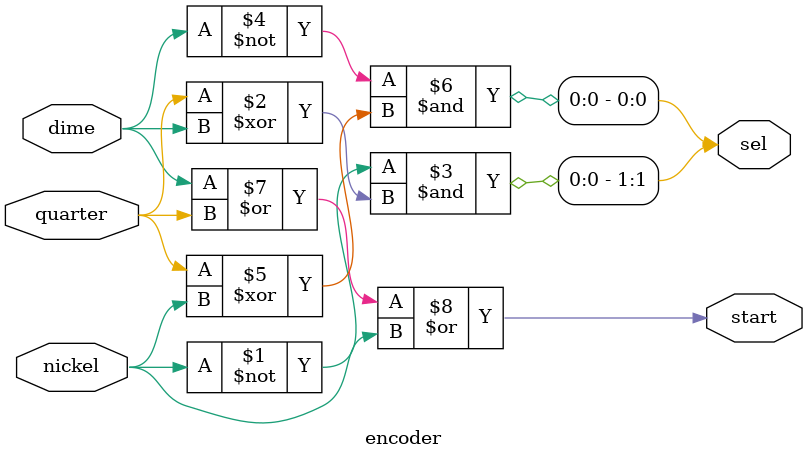
<source format=sv>
module encoder 

( 
    input wire  nickel, dime, quarter,
    output reg [1:0] sel,
    output reg  start
);
    assign sel[1] = ~nickel & ( quarter ^ dime );
    assign sel[0] = ~dime & ( quarter ^ nickel );
	assign start = dime | quarter | nickel;
endmodule



</source>
